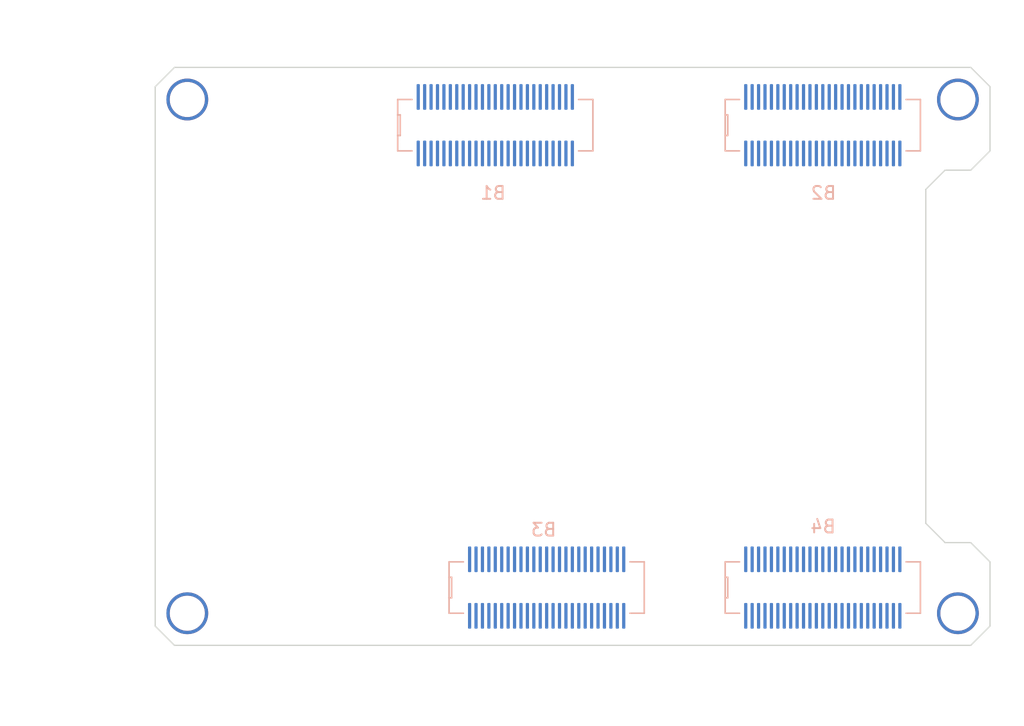
<source format=kicad_pcb>
(kicad_pcb (version 20211014) (generator pcbnew)
  (title_block (rev "1"))
  (layers (0 "F.Cu" signal) (31 "B.Cu" signal) (34 "B.Paste" user) (35 "F.Paste" user) (36 "B.SilkS" user "B.Silkscreen") (37 "F.SilkS" user "F.Silkscreen") (38 "B.Mask" user) (39 "F.Mask" user) (44 "Edge.Cuts" user))
  (net 0 "")
  (net 1 "Net-(B1-PadB24)")
  (net 2 "Net-(B1-PadB33)")
  (net 3 "Net-(B1-PadB12)")
  (net 4 "Net-(B1-PadB11)")
  (net 5 "Net-(B1-PadB25)")
  (net 6 "Net-(B1-PadB14)")
  (net 7 "Net-(B1-PadB15)")
  (net 8 "Net-(B1-PadB40)")
  (net 9 "GND")
  (net 10 "Net-(B1-PadB32)")
  (net 11 "Net-(B1-PadB31)")
  (net 12 "Net-(B1-PadB9)_3")
  (net 13 "Net-(B1-PadB23)")
  (net 14 "Net-(B1-PadB6)_3")
  (net 15 "Net-(B1-PadB5)")
  (net 16 "Net-(B1-PadB42)_3")
  (net 17 "Net-(B1-PadB43)_3")
  (net 18 "Net-(B1-PadB36)")
  (net 19 "Net-(B1-PadB18)")
  (net 20 "Net-(B1-PadB19)")
  (net 21 "Net-(B1-PadB50)_3")
  (net 22 "Net-(B1-PadB13)")
  (net 23 "Net-(B1-PadB48)_3")
  (net 24 "Net-(B1-PadB49)_3")
  (net 25 "Net-(B1-PadB16)")
  (net 26 "Net-(B1-PadB17)")
  (net 27 "Net-(B1-PadB28)")
  (net 28 "Net-(B1-PadB27)")
  (net 29 "Net-(B1-PadB26)")
  (net 30 "Net-(B1-PadB39)")
  (net 31 "Net-(B1-PadB30)")
  (net 32 "Net-(B1-PadB4)")
  (net 33 "Net-(B1-PadB3)")
  (net 34 "Net-(B1-PadB44)_3")
  (net 35 "Net-(B1-PadB45)_3")
  (net 36 "Net-(B1-PadB46)")
  (net 37 "Net-(B1-PadB20)")
  (net 38 "Net-(B1-PadB21)")
  (net 39 "Net-(B1-PadB34)")
  (net 40 "Net-(B1-PadB8)_3")
  (net 41 "Net-(B1-PadB7)_3")
  (net 42 "Net-(B1-PadB2)")
  (net 43 "Net-(B1-PadB1)")
  (net 44 "Net-(B1-PadB37)")
  (net 45 "Net-(B1-PadB38)")
  (net 46 "Net-(B1-PadB24)_1")
  (net 47 "Net-(B1-PadB33)_2")
  (net 48 "Net-(B1-PadB12)_1")
  (net 49 "Net-(B1-PadB11)_1")
  (net 50 "Net-(B1-PadB25)_1")
  (net 51 "Net-(B1-PadB14)_1")
  (net 52 "Net-(B1-PadB15)_1")
  (net 53 "Net-(B1-PadB41)")
  (net 54 "Net-(B1-PadB32)_2")
  (net 55 "Net-(B1-PadB31)_2")
  (net 56 "Net-(B1-PadB10)_1")
  (net 57 "Net-(B1-PadB9)")
  (net 58 "Net-(B1-PadB22)")
  (net 59 "Net-(B1-PadB6)")
  (net 60 "Net-(B1-PadB42)")
  (net 61 "Net-(B1-PadB43)")
  (net 62 "Net-(B1-PadB36)_2")
  (net 63 "Net-(B1-PadB18)_1")
  (net 64 "Net-(B1-PadB19)_1")
  (net 65 "Net-(B1-PadB50)")
  (net 66 "Net-(B1-PadB13)_1")
  (net 67 "Net-(B1-PadB48)")
  (net 68 "Net-(B1-PadB49)")
  (net 69 "Net-(B1-PadB16)_1")
  (net 70 "Net-(B1-PadB17)_1")
  (net 71 "Net-(B1-PadB35)")
  (net 72 "Net-(B1-PadB27)_2")
  (net 73 "Net-(B1-PadB26)_1")
  (net 74 "Net-(B1-PadB39)_2")
  (net 75 "Net-(B1-PadB30)_2")
  (net 76 "Net-(B1-PadB29)")
  (net 77 "Net-(B1-PadB4)_1")
  (net 78 "Net-(B1-PadB3)_2")
  (net 79 "Net-(B1-PadB44)")
  (net 80 "Net-(B1-PadB45)")
  (net 81 "Net-(B1-PadB47)")
  (net 82 "Net-(B1-PadB20)_1")
  (net 83 "Net-(B1-PadB21)_1")
  (net 84 "Net-(B1-PadB8)")
  (net 85 "Net-(B1-PadB7)")
  (net 86 "Net-(B1-PadB2)_1")
  (net 87 "Net-(B1-PadB1)_1")
  (net 88 "Net-(B1-PadB37)_2")
  (net 89 "Net-(B1-PadB38)_2")
  (net 90 "Net-(B1-PadB24)_2")
  (net 91 "Net-(B1-PadB33)_3")
  (net 92 "Net-(B1-PadB12)_2")
  (net 93 "Net-(B1-PadB11)_2")
  (net 94 "Net-(B1-PadB25)_2")
  (net 95 "Net-(B1-PadB14)_2")
  (net 96 "Net-(B1-PadB15)_2")
  (net 97 "Net-(B1-PadB40)_2")
  (net 98 "Net-(B1-PadB32)_3")
  (net 99 "Net-(B1-PadB31)_3")
  (net 100 "Net-(B1-PadB9)_2")
  (net 101 "Net-(B1-PadB23)_1")
  (net 102 "Net-(B1-PadB6)_2")
  (net 103 "Net-(B1-PadB5)_2")
  (net 104 "Net-(B1-PadB42)_2")
  (net 105 "Net-(B1-PadB43)_2")
  (net 106 "Net-(B1-PadB36)_3")
  (net 107 "Net-(B1-PadB18)_2")
  (net 108 "Net-(B1-PadB19)_2")
  (net 109 "Net-(B1-PadB50)_2")
  (net 110 "Net-(B1-PadB13)_2")
  (net 111 "Net-(B1-PadB48)_2")
  (net 112 "Net-(B1-PadB49)_2")
  (net 113 "Net-(B1-PadB17)_2")
  (net 114 "Net-(B1-PadB28)_2")
  (net 115 "Net-(B1-PadB27)_3")
  (net 116 "Net-(B1-PadB26)_2")
  (net 117 "Net-(B1-PadB39)_3")
  (net 118 "Net-(B1-PadB30)_3")
  (net 119 "Net-(B1-PadB3)_3")
  (net 120 "Net-(B1-PadB44)_2")
  (net 121 "Net-(B1-PadB45)_2")
  (net 122 "Net-(B1-PadB46)_2")
  (net 123 "Net-(B1-PadB20)_2")
  (net 124 "Net-(B1-PadB21)_2")
  (net 125 "Net-(B1-PadB34)_2")
  (net 126 "Net-(B1-PadB8)_2")
  (net 127 "Net-(B1-PadB7)_2")
  (net 128 "Net-(B1-PadB2)_2")
  (net 129 "Net-(B1-PadB1)_2")
  (net 130 "Net-(B1-PadB37)_3")
  (net 131 "Net-(B1-PadB38)_3")
  (net 132 "Net-(B1-PadB24)_3")
  (net 133 "Net-(B1-PadB33)_1")
  (net 134 "Net-(B1-PadB12)_3")
  (net 135 "Net-(B1-PadB11)_3")
  (net 136 "Net-(B1-PadB25)_3")
  (net 137 "Net-(B1-PadB14)_3")
  (net 138 "Net-(B1-PadB15)_3")
  (net 139 "Net-(B1-PadB40)_1")
  (net 140 "Net-(B1-PadB32)_1")
  (net 141 "Net-(B1-PadB31)_1")
  (net 142 "Net-(B1-PadB10)")
  (net 143 "Net-(B1-PadB9)_1")
  (net 144 "Net-(B1-PadB23)_2")
  (net 145 "Net-(B1-PadB6)_1")
  (net 146 "Net-(B1-PadB5)_1")
  (net 147 "Net-(B1-PadB42)_1")
  (net 148 "Net-(B1-PadB43)_1")
  (net 149 "Net-(B1-PadB36)_1")
  (net 150 "Net-(B1-PadB18)_3")
  (net 151 "Net-(B1-PadB19)_3")
  (net 152 "Net-(B1-PadB50)_1")
  (net 153 "Net-(B1-PadB13)_3")
  (net 154 "Net-(B1-PadB48)_1")
  (net 155 "Net-(B1-PadB49)_1")
  (net 156 "Net-(B1-PadB17)_3")
  (net 157 "Net-(B1-PadB28)_1")
  (net 158 "Net-(B1-PadB27)_1")
  (net 159 "Net-(B1-PadB26)_3")
  (net 160 "Net-(B1-PadB39)_1")
  (net 161 "Net-(B1-PadB30)_1")
  (net 162 "Net-(B1-PadB3)_1")
  (net 163 "Net-(B1-PadB44)_1")
  (net 164 "Net-(B1-PadB45)_1")
  (net 165 "Net-(B1-PadB46)_1")
  (net 166 "Net-(B1-PadB20)_3")
  (net 167 "Net-(B1-PadB21)_3")
  (net 168 "Net-(B1-PadB34)_1")
  (net 169 "Net-(B1-PadB8)_1")
  (net 170 "Net-(B1-PadB7)_1")
  (net 171 "Net-(B1-PadB2)_3")
  (net 172 "Net-(B1-PadB1)_3")
  (net 173 "Net-(B1-PadB37)_1")
  (net 174 "Net-(B1-PadB38)_1")
  (footprint "Alchitry_Au:2m2ThroughHole" (layer "F.Cu") (at 92.5 61)
    (fp_text reference "H2" hide)
    (fp_text value "MountingHole")
    (fp_circle (center 0 0) (end 1.5 0) (layer "F.Cu") (width 0.254) (fill none))
    (fp_circle (center 0 0) (end 1.5 0) (layer "B.Cu") (width 0.254) (fill none))
    (pad "" np_thru_hole circle locked (at 0 0) (size 2.2 2.2) (drill 2.2) (layers *.Cu *.Mask))
  )
  (footprint "Alchitry_Au:2m2ThroughHole" (layer "F.Cu") (at 32.5 61)
    (fp_text reference "H4" hide)
    (fp_text value "MountingHole")
    (fp_circle (center 0 0) (end 1.5 0) (layer "F.Cu") (width 0.254) (fill none))
    (fp_circle (center 0 0) (end 1.5 0) (layer "B.Cu") (width 0.254) (fill none))
    (pad "" np_thru_hole circle locked (at 0 0) (size 2.2 2.2) (drill 2.2) (layers *.Cu *.Mask))
  )
  (footprint "Alchitry_Au:2m2ThroughHole" (layer "F.Cu") (at 92.5 21)
    (fp_text reference "H3" hide)
    (fp_text value "MountingHole")
    (fp_circle (center 0 0) (end 1.5 0) (layer "F.Cu") (width 0.254) (fill none))
    (fp_circle (center 0 0) (end 1.5 0) (layer "B.Cu") (width 0.254) (fill none))
    (pad "" np_thru_hole circle locked (at 0 0) (size 2.2 2.2) (drill 2.2) (layers *.Cu *.Mask))
  )
  (footprint "Alchitry_Au:Alchitry_Conn" (layer "F.Cu") (at 56.5 23)
    (fp_text reference "B1" (at -0.1929 5.2768) (layer "B.SilkS") (effects (justify mirror)))
    (fp_text value "Alchitry_Shield")
    (fp_line (start 7.58 -2) (end 7.58 2) (layer "B.SilkS") (width 0.127))
    (fp_line (start -7.62 2) (end -6.5 2) (layer "B.SilkS") (width 0.12))
    (fp_line (start -7.42 0.8) (end -7.42 -0.8) (layer "B.SilkS") (width 0.127))
    (fp_line (start -7.42 0.8) (end -7.62 0.8) (layer "B.SilkS") (width 0.127))
    (fp_line (start -7.62 0.8) (end -7.62 -0.8) (layer "B.SilkS") (width 0.127))
    (fp_line (start 6.46 2) (end 7.58 2) (layer "B.SilkS") (width 0.12))
    (fp_line (start -7.62 -2) (end -6.5 -2) (layer "B.SilkS") (width 0.12))
    (fp_line (start -7.62 -0.8) (end -7.62 -2) (layer "B.SilkS") (width 0.127))
    (fp_line (start -7.62 2) (end -7.62 0.8) (layer "B.SilkS") (width 0.127))
    (fp_line (start -7.62 -0.8) (end -7.42 -0.8) (layer "B.SilkS") (width 0.127))
    (fp_line (start 6.46 -2) (end 7.58 -2) (layer "B.SilkS") (width 0.12))
    (pad "" np_thru_hole circle locked (at 6.95 1.25) (size 0.6 0.6) (drill 0.6) (layers *.Cu *.Mask))
    (pad "" np_thru_hole circle locked (at -6.95 1.25) (size 0.6 0.6) (drill 0.6) (layers *.Cu *.Mask))
    (pad "B1" smd roundrect locked (at -6.02 2.2 90) (size 2 0.25) (layers "B.Cu" "B.Paste" "B.Mask") (net 43 "Net-(B1-PadB1)"))
    (pad "B2" smd roundrect locked (at -5.52 2.2 90) (size 2 0.25) (layers "B.Cu" "B.Paste" "B.Mask") (net 42 "Net-(B1-PadB2)"))
    (pad "B3" smd roundrect locked (at -5.02 2.2 90) (size 2 0.25) (layers "B.Cu" "B.Paste" "B.Mask") (net 33 "Net-(B1-PadB3)"))
    (pad "B4" smd roundrect locked (at -4.52 2.2 90) (size 2 0.25) (layers "B.Cu" "B.Paste" "B.Mask") (net 32 "Net-(B1-PadB4)"))
    (pad "B5" smd roundrect locked (at -4.02 2.2 90) (size 2 0.25) (layers "B.Cu" "B.Paste" "B.Mask") (net 15 "Net-(B1-PadB5)"))
    (pad "B6" smd roundrect locked (at -3.52 2.2 90) (size 2 0.25) (layers "B.Cu" "B.Paste" "B.Mask") (net 14 "Net-(B1-PadB6)_3"))
    (pad "B7" smd roundrect locked (at -3.02 2.2 90) (size 2 0.25) (layers "B.Cu" "B.Paste" "B.Mask") (net 41 "Net-(B1-PadB7)_3"))
    (pad "B8" smd roundrect locked (at -2.52 2.2 90) (size 2 0.25) (layers "B.Cu" "B.Paste" "B.Mask") (net 40 "Net-(B1-PadB8)_3"))
    (pad "B9" smd roundrect locked (at -2.02 2.2 90) (size 2 0.25) (layers "B.Cu" "B.Paste" "B.Mask") (net 12 "Net-(B1-PadB9)_3"))
    (pad "B10" smd roundrect locked (at -1.52 2.2 90) (size 2 0.25) (layers "B.Cu" "B.Paste" "B.Mask") (net 9 "GND"))
    (pad "B11" smd roundrect locked (at -1.02 2.2 90) (size 2 0.25) (layers "B.Cu" "B.Paste" "B.Mask") (net 4 "Net-(B1-PadB11)"))
    (pad "B12" smd roundrect locked (at -0.52 2.2 90) (size 2 0.25) (layers "B.Cu" "B.Paste" "B.Mask") (net 3 "Net-(B1-PadB12)"))
    (pad "B13" smd roundrect locked (at -0.02 2.2 90) (size 2 0.25) (layers "B.Cu" "B.Paste" "B.Mask") (net 22 "Net-(B1-PadB13)"))
    (pad "B14" smd roundrect locked (at 0.48 2.2 90) (size 2 0.25) (layers "B.Cu" "B.Paste" "B.Mask") (net 6 "Net-(B1-PadB14)"))
    (pad "B15" smd roundrect locked (at 0.98 2.2 90) (size 2 0.25) (layers "B.Cu" "B.Paste" "B.Mask") (net 7 "Net-(B1-PadB15)"))
    (pad "B16" smd roundrect locked (at 1.48 2.2 90) (size 2 0.25) (layers "B.Cu" "B.Paste" "B.Mask") (net 25 "Net-(B1-PadB16)"))
    (pad "B17" smd roundrect locked (at 1.98 2.2 90) (size 2 0.25) (layers "B.Cu" "B.Paste" "B.Mask") (net 26 "Net-(B1-PadB17)"))
    (pad "B18" smd roundrect locked (at 2.48 2.2 90) (size 2 0.25) (layers "B.Cu" "B.Paste" "B.Mask") (net 19 "Net-(B1-PadB18)"))
    (pad "B19" smd roundrect locked (at 2.98 2.2 90) (size 2 0.25) (layers "B.Cu" "B.Paste" "B.Mask") (net 20 "Net-(B1-PadB19)"))
    (pad "B20" smd roundrect locked (at 3.48 2.2 90) (size 2 0.25) (layers "B.Cu" "B.Paste" "B.Mask") (net 37 "Net-(B1-PadB20)"))
    (pad "B21" smd roundrect locked (at 3.98 2.2 90) (size 2 0.25) (layers "B.Cu" "B.Paste" "B.Mask") (net 38 "Net-(B1-PadB21)"))
    (pad "B22" smd roundrect locked (at 4.48 2.2 90) (size 2 0.25) (layers "B.Cu" "B.Paste" "B.Mask") (net 9 "GND"))
    (pad "B23" smd roundrect locked (at 4.98 2.2 90) (size 2 0.25) (layers "B.Cu" "B.Paste" "B.Mask") (net 13 "Net-(B1-PadB23)"))
    (pad "B24" smd roundrect locked (at 5.48 2.2 90) (size 2 0.25) (layers "B.Cu" "B.Paste" "B.Mask") (net 1 "Net-(B1-PadB24)"))
    (pad "B25" smd roundrect locked (at 5.98 2.2 90) (size 2 0.25) (layers "B.Cu" "B.Paste" "B.Mask") (net 5 "Net-(B1-PadB25)"))
    (pad "B26" smd roundrect locked (at 5.98 -2.2 90) (size 2 0.25) (layers "B.Cu" "B.Paste" "B.Mask") (net 29 "Net-(B1-PadB26)"))
    (pad "B27" smd roundrect locked (at 5.48 -2.2 90) (size 2 0.25) (layers "B.Cu" "B.Paste" "B.Mask") (net 28 "Net-(B1-PadB27)"))
    (pad "B28" smd roundrect locked (at 4.98 -2.2 90) (size 2 0.25) (layers "B.Cu" "B.Paste" "B.Mask") (net 27 "Net-(B1-PadB28)"))
    (pad "B29" smd roundrect locked (at 4.48 -2.2 90) (size 2 0.25) (layers "B.Cu" "B.Paste" "B.Mask") (net 9 "GND"))
    (pad "B30" smd roundrect locked (at 3.98 -2.2 90) (size 2 0.25) (layers "B.Cu" "B.Paste" "B.Mask") (net 31 "Net-(B1-PadB30)"))
    (pad "B31" smd roundrect locked (at 3.48 -2.2 90) (size 2 0.25) (layers "B.Cu" "B.Paste" "B.Mask") (net 11 "Net-(B1-PadB31)"))
    (pad "B32" smd roundrect locked (at 2.98 -2.2 90) (size 2 0.25) (layers "B.Cu" "B.Paste" "B.Mask") (net 10 "Net-(B1-PadB32)"))
    (pad "B33" smd roundrect locked (at 2.48 -2.2 90) (size 2 0.25) (layers "B.Cu" "B.Paste" "B.Mask") (net 2 "Net-(B1-PadB33)"))
    (pad "B34" smd roundrect locked (at 1.98 -2.2 90) (size 2 0.25) (layers "B.Cu" "B.Paste" "B.Mask") (net 39 "Net-(B1-PadB34)"))
    (pad "B35" smd roundrect locked (at 1.48 -2.2 90) (size 2 0.25) (layers "B.Cu" "B.Paste" "B.Mask") (net 9 "GND"))
    (pad "B36" smd roundrect locked (at 0.98 -2.2 90) (size 2 0.25) (layers "B.Cu" "B.Paste" "B.Mask") (net 18 "Net-(B1-PadB36)"))
    (pad "B37" smd roundrect locked (at 0.48 -2.2 90) (size 2 0.25) (layers "B.Cu" "B.Paste" "B.Mask") (net 44 "Net-(B1-PadB37)"))
    (pad "B38" smd roundrect locked (at -0.02 -2.2 90) (size 2 0.25) (layers "B.Cu" "B.Paste" "B.Mask") (net 45 "Net-(B1-PadB38)"))
    (pad "B39" smd roundrect locked (at -0.52 -2.2 90) (size 2 0.25) (layers "B.Cu" "B.Paste" "B.Mask") (net 30 "Net-(B1-PadB39)"))
    (pad "B40" smd roundrect locked (at -1.02 -2.2 90) (size 2 0.25) (layers "B.Cu" "B.Paste" "B.Mask") (net 8 "Net-(B1-PadB40)"))
    (pad "B41" smd roundrect locked (at -1.52 -2.2 90) (size 2 0.25) (layers "B.Cu" "B.Paste" "B.Mask") (net 9 "GND"))
    (pad "B42" smd roundrect locked (at -2.02 -2.2 90) (size 2 0.25) (layers "B.Cu" "B.Paste" "B.Mask") (net 16 "Net-(B1-PadB42)_3"))
    (pad "B43" smd roundrect locked (at -2.52 -2.2 90) (size 2 0.25) (layers "B.Cu" "B.Paste" "B.Mask") (net 17 "Net-(B1-PadB43)_3"))
    (pad "B44" smd roundrect locked (at -3.02 -2.2 90) (size 2 0.25) (layers "B.Cu" "B.Paste" "B.Mask") (net 34 "Net-(B1-PadB44)_3"))
    (pad "B45" smd roundrect locked (at -3.52 -2.2 90) (size 2 0.25) (layers "B.Cu" "B.Paste" "B.Mask") (net 35 "Net-(B1-PadB45)_3"))
    (pad "B46" smd roundrect locked (at -4.02 -2.2 90) (size 2 0.25) (layers "B.Cu" "B.Paste" "B.Mask") (net 36 "Net-(B1-PadB46)"))
    (pad "B47" smd roundrect locked (at -4.52 -2.2 90) (size 2 0.25) (layers "B.Cu" "B.Paste" "B.Mask") (net 9 "GND"))
    (pad "B48" smd roundrect locked (at -5.02 -2.2 90) (size 2 0.25) (layers "B.Cu" "B.Paste" "B.Mask") (net 23 "Net-(B1-PadB48)_3"))
    (pad "B49" smd roundrect locked (at -5.52 -2.2 90) (size 2 0.25) (layers "B.Cu" "B.Paste" "B.Mask") (net 24 "Net-(B1-PadB49)_3"))
    (pad "B50" smd roundrect locked (at -6.02 -2.2 90) (size 2 0.25) (layers "B.Cu" "B.Paste" "B.Mask") (net 21 "Net-(B1-PadB50)_3"))
  )
  (footprint "Alchitry_Au:2m2ThroughHole" (layer "F.Cu") (at 32.5 21)
    (fp_text reference "H1" hide)
    (fp_text value "MountingHole")
    (fp_circle (center 0 0) (end 1.5 0) (layer "F.Cu") (width 0.254) (fill none))
    (fp_circle (center 0 0) (end 1.5 0) (layer "B.Cu") (width 0.254) (fill none))
    (pad "" np_thru_hole circle locked (at 0 0) (size 2.2 2.2) (drill 2.2) (layers *.Cu *.Mask))
  )
  (footprint "Alchitry_Au:Alchitry_Conn" (layer "F.Cu") (at 82 23)
    (fp_text reference "B2" (at 0.0373 5.2768) (layer "B.SilkS") (effects (justify mirror)))
    (fp_text value "Alchitry_Shield")
    (fp_line (start -7.62 -0.8) (end -7.62 -2) (layer "B.SilkS") (width 0.127))
    (fp_line (start -7.62 2) (end -6.5 2) (layer "B.SilkS") (width 0.12))
    (fp_line (start -7.62 -0.8) (end -7.42 -0.8) (layer "B.SilkS") (width 0.127))
    (fp_line (start 6.46 -2) (end 7.58 -2) (layer "B.SilkS") (width 0.12))
    (fp_line (start -7.62 -2) (end -6.5 -2) (layer "B.SilkS") (width 0.12))
    (fp_line (start -7.62 0.8) (end -7.62 -0.8) (layer "B.SilkS") (width 0.127))
    (fp_line (start 6.46 2) (end 7.58 2) (layer "B.SilkS") (width 0.12))
    (fp_line (start -7.62 2) (end -7.62 0.8) (layer "B.SilkS") (width 0.127))
    (fp_line (start -7.42 0.8) (end -7.62 0.8) (layer "B.SilkS") (width 0.127))
    (fp_line (start 7.58 -2) (end 7.58 2) (layer "B.SilkS") (width 0.127))
    (fp_line (start -7.42 0.8) (end -7.42 -0.8) (layer "B.SilkS") (width 0.127))
    (pad "" np_thru_hole circle locked (at 6.95 1.25) (size 0.6 0.6) (drill 0.6) (layers *.Cu *.Mask))
    (pad "" np_thru_hole circle locked (at -6.95 1.25) (size 0.6 0.6) (drill 0.6) (layers *.Cu *.Mask))
    (pad "B1" smd roundrect locked (at -6.02 2.2 90) (size 2 0.25) (layers "B.Cu" "B.Paste" "B.Mask") (net 87 "Net-(B1-PadB1)_1"))
    (pad "B2" smd roundrect locked (at -5.52 2.2 90) (size 2 0.25) (layers "B.Cu" "B.Paste" "B.Mask") (net 86 "Net-(B1-PadB2)_1"))
    (pad "B3" smd roundrect locked (at -5.02 2.2 90) (size 2 0.25) (layers "B.Cu" "B.Paste" "B.Mask") (net 78 "Net-(B1-PadB3)_2"))
    (pad "B4" smd roundrect locked (at -4.52 2.2 90) (size 2 0.25) (layers "B.Cu" "B.Paste" "B.Mask") (net 77 "Net-(B1-PadB4)_1"))
    (pad "B5" smd roundrect locked (at -4.02 2.2 90) (size 2 0.25) (layers "B.Cu" "B.Paste" "B.Mask") (net 9 "GND"))
    (pad "B6" smd roundrect locked (at -3.52 2.2 90) (size 2 0.25) (layers "B.Cu" "B.Paste" "B.Mask") (net 59 "Net-(B1-PadB6)"))
    (pad "B7" smd roundrect locked (at -3.02 2.2 90) (size 2 0.25) (layers "B.Cu" "B.Paste" "B.Mask") (net 85 "Net-(B1-PadB7)"))
    (pad "B8" smd roundrect locked (at -2.52 2.2 90) (size 2 0.25) (layers "B.Cu" "B.Paste" "B.Mask") (net 84 "Net-(B1-PadB8)"))
    (pad "B9" smd roundrect locked (at -2.02 2.2 90) (size 2 0.25) (layers "B.Cu" "B.Paste" "B.Mask") (net 57 "Net-(B1-PadB9)"))
    (pad "B10" smd roundrect locked (at -1.52 2.2 90) (size 2 0.25) (layers "B.Cu" "B.Paste" "B.Mask") (net 56 "Net-(B1-PadB10)_1"))
    (pad "B11" smd roundrect locked (at -1.02 2.2 90) (size 2 0.25) (layers "B.Cu" "B.Paste" "B.Mask") (net 49 "Net-(B1-PadB11)_1"))
    (pad "B12" smd roundrect locked (at -0.52 2.2 90) (size 2 0.25) (layers "B.Cu" "B.Paste" "B.Mask") (net 48 "Net-(B1-PadB12)_1"))
    (pad "B13" smd roundrect locked (at -0.02 2.2 90) (size 2 0.25) (layers "B.Cu" "B.Paste" "B.Mask") (net 66 "Net-(B1-PadB13)_1"))
    (pad "B14" smd roundrect locked (at 0.48 2.2 90) (size 2 0.25) (layers "B.Cu" "B.Paste" "B.Mask") (net 51 "Net-(B1-PadB14)_1"))
    (pad "B15" smd roundrect locked (at 0.98 2.2 90) (size 2 0.25) (layers "B.Cu" "B.Paste" "B.Mask") (net 52 "Net-(B1-PadB15)_1"))
    (pad "B16" smd roundrect locked (at 1.48 2.2 90) (size 2 0.25) (layers "B.Cu" "B.Paste" "B.Mask") (net 69 "Net-(B1-PadB16)_1"))
    (pad "B17" smd roundrect locked (at 1.98 2.2 90) (size 2 0.25) (layers "B.Cu" "B.Paste" "B.Mask") (net 70 "Net-(B1-PadB17)_1"))
    (pad "B18" smd roundrect locked (at 2.48 2.2 90) (size 2 0.25) (layers "B.Cu" "B.Paste" "B.Mask") (net 63 "Net-(B1-PadB18)_1"))
    (pad "B19" smd roundrect locked (at 2.98 2.2 90) (size 2 0.25) (layers "B.Cu" "B.Paste" "B.Mask") (net 64 "Net-(B1-PadB19)_1"))
    (pad "B20" smd roundrect locked (at 3.48 2.2 90) (size 2 0.25) (layers "B.Cu" "B.Paste" "B.Mask") (net 82 "Net-(B1-PadB20)_1"))
    (pad "B21" smd roundrect locked (at 3.98 2.2 90) (size 2 0.25) (layers "B.Cu" "B.Paste" "B.Mask") (net 83 "Net-(B1-PadB21)_1"))
    (pad "B22" smd roundrect locked (at 4.48 2.2 90) (size 2 0.25) (layers "B.Cu" "B.Paste" "B.Mask") (net 58 "Net-(B1-PadB22)"))
    (pad "B23" smd roundrect locked (at 4.98 2.2 90) (size 2 0.25) (layers "B.Cu" "B.Paste" "B.Mask") (net 9 "GND"))
    (pad "B24" smd roundrect locked (at 5.48 2.2 90) (size 2 0.25) (layers "B.Cu" "B.Paste" "B.Mask") (net 46 "Net-(B1-PadB24)_1"))
    (pad "B25" smd roundrect locked (at 5.98 2.2 90) (size 2 0.25) (layers "B.Cu" "B.Paste" "B.Mask") (net 50 "Net-(B1-PadB25)_1"))
    (pad "B26" smd roundrect locked (at 5.98 -2.2 90) (size 2 0.25) (layers "B.Cu" "B.Paste" "B.Mask") (net 73 "Net-(B1-PadB26)_1"))
    (pad "B27" smd roundrect locked (at 5.48 -2.2 90) (size 2 0.25) (layers "B.Cu" "B.Paste" "B.Mask") (net 72 "Net-(B1-PadB27)_2"))
    (pad "B28" smd roundrect locked (at 4.98 -2.2 90) (size 2 0.25) (layers "B.Cu" "B.Paste" "B.Mask") (net 9 "GND"))
    (pad "B29" smd roundrect locked (at 4.48 -2.2 90) (size 2 0.25) (layers "B.Cu" "B.Paste" "B.Mask") (net 76 "Net-(B1-PadB29)"))
    (pad "B30" smd roundrect locked (at 3.98 -2.2 90) (size 2 0.25) (layers "B.Cu" "B.Paste" "B.Mask") (net 75 "Net-(B1-PadB30)_2"))
    (pad "B31" smd roundrect locked (at 3.48 -2.2 90) (size 2 0.25) (layers "B.Cu" "B.Paste" "B.Mask") (net 55 "Net-(B1-PadB31)_2"))
    (pad "B32" smd roundrect locked (at 2.98 -2.2 90) (size 2 0.25) (layers "B.Cu" "B.Paste" "B.Mask") (net 54 "Net-(B1-PadB32)_2"))
    (pad "B33" smd roundrect locked (at 2.48 -2.2 90) (size 2 0.25) (layers "B.Cu" "B.Paste" "B.Mask") (net 47 "Net-(B1-PadB33)_2"))
    (pad "B34" smd roundrect locked (at 1.98 -2.2 90) (size 2 0.25) (layers "B.Cu" "B.Paste" "B.Mask") (net 9 "GND"))
    (pad "B35" smd roundrect locked (at 1.48 -2.2 90) (size 2 0.25) (layers "B.Cu" "B.Paste" "B.Mask") (net 71 "Net-(B1-PadB35)"))
    (pad "B36" smd roundrect locked (at 0.98 -2.2 90) (size 2 0.25) (layers "B.Cu" "B.Paste" "B.Mask") (net 62 "Net-(B1-PadB36)_2"))
    (pad "B37" smd roundrect locked (at 0.48 -2.2 90) (size 2 0.25) (layers "B.Cu" "B.Paste" "B.Mask") (net 88 "Net-(B1-PadB37)_2"))
    (pad "B38" smd roundrect locked (at -0.02 -2.2 90) (size 2 0.25) (layers "B.Cu" "B.Paste" "B.Mask") (net 89 "Net-(B1-PadB38)_2"))
    (pad "B39" smd roundrect locked (at -0.52 -2.2 90) (size 2 0.25) (layers "B.Cu" "B.Paste" "B.Mask") (net 74 "Net-(B1-PadB39)_2"))
    (pad "B40" smd roundrect locked (at -1.02 -2.2 90) (size 2 0.25) (layers "B.Cu" "B.Paste" "B.Mask") (net 9 "GND"))
    (pad "B41" smd roundrect locked (at -1.52 -2.2 90) (size 2 0.25) (layers "B.Cu" "B.Paste" "B.Mask") (net 53 "Net-(B1-PadB41)"))
    (pad "B42" smd roundrect locked (at -2.02 -2.2 90) (size 2 0.25) (layers "B.Cu" "B.Paste" "B.Mask") (net 60 "Net-(B1-PadB42)"))
    (pad "B43" smd roundrect locked (at -2.52 -2.2 90) (size 2 0.25) (layers "B.Cu" "B.Paste" "B.Mask") (net 61 "Net-(B1-PadB43)"))
    (pad "B44" smd roundrect locked (at -3.02 -2.2 90) (size 2 0.25) (layers "B.Cu" "B.Paste" "B.Mask") (net 79 "Net-(B1-PadB44)"))
    (pad "B45" smd roundrect locked (at -3.52 -2.2 90) (size 2 0.25) (layers "B.Cu" "B.Paste" "B.Mask") (net 80 "Net-(B1-PadB45)"))
    (pad "B46" smd roundrect locked (at -4.02 -2.2 90) (size 2 0.25) (layers "B.Cu" "B.Paste" "B.Mask") (net 9 "GND"))
    (pad "B47" smd roundrect locked (at -4.52 -2.2 90) (size 2 0.25) (layers "B.Cu" "B.Paste" "B.Mask") (net 81 "Net-(B1-PadB47)"))
    (pad "B48" smd roundrect locked (at -5.02 -2.2 90) (size 2 0.25) (layers "B.Cu" "B.Paste" "B.Mask") (net 67 "Net-(B1-PadB48)"))
    (pad "B49" smd roundrect locked (at -5.52 -2.2 90) (size 2 0.25) (layers "B.Cu" "B.Paste" "B.Mask") (net 68 "Net-(B1-PadB49)"))
    (pad "B50" smd roundrect locked (at -6.02 -2.2 90) (size 2 0.25) (layers "B.Cu" "B.Paste" "B.Mask") (net 65 "Net-(B1-PadB50)"))
  )
  (footprint "Alchitry_Au:Alchitry_Conn" (layer "F.Cu") (at 60.5 59)
    (fp_text reference "B3" (at -0.25 -4.5) (layer "B.SilkS") (effects (justify mirror)))
    (fp_text value "Alchitry_Shield")
    (fp_line (start -7.62 2) (end -7.62 0.8) (layer "B.SilkS") (width 0.127))
    (fp_line (start -7.62 -0.8) (end -7.42 -0.8) (layer "B.SilkS") (width 0.127))
    (fp_line (start 7.58 -2) (end 7.58 2) (layer "B.SilkS") (width 0.127))
    (fp_line (start -7.42 0.8) (end -7.42 -0.8) (layer "B.SilkS") (width 0.127))
    (fp_line (start -7.62 0.8) (end -7.62 -0.8) (layer "B.SilkS") (width 0.127))
    (fp_line (start -7.62 -0.8) (end -7.62 -2) (layer "B.SilkS") (width 0.127))
    (fp_line (start 6.46 2) (end 7.58 2) (layer "B.SilkS") (width 0.12))
    (fp_line (start -7.42 0.8) (end -7.62 0.8) (layer "B.SilkS") (width 0.127))
    (fp_line (start -7.62 -2) (end -6.5 -2) (layer "B.SilkS") (width 0.12))
    (fp_line (start 6.46 -2) (end 7.58 -2) (layer "B.SilkS") (width 0.12))
    (fp_line (start -7.62 2) (end -6.5 2) (layer "B.SilkS") (width 0.12))
    (pad "" np_thru_hole circle locked (at -6.95 1.25) (size 0.6 0.6) (drill 0.6) (layers *.Cu *.Mask))
    (pad "" np_thru_hole circle locked (at 6.95 1.25) (size 0.6 0.6) (drill 0.6) (layers *.Cu *.Mask))
    (pad "B1" smd roundrect locked (at -6.02 2.2 90) (size 2 0.25) (layers "B.Cu" "B.Paste" "B.Mask") (net 129 "Net-(B1-PadB1)_2"))
    (pad "B2" smd roundrect locked (at -5.52 2.2 90) (size 2 0.25) (layers "B.Cu" "B.Paste" "B.Mask") (net 128 "Net-(B1-PadB2)_2"))
    (pad "B3" smd roundrect locked (at -5.02 2.2 90) (size 2 0.25) (layers "B.Cu" "B.Paste" "B.Mask") (net 119 "Net-(B1-PadB3)_3"))
    (pad "B4" smd roundrect locked (at -4.52 2.2 90) (size 2 0.25) (layers "B.Cu" "B.Paste" "B.Mask") (net 9 "GND"))
    (pad "B5" smd roundrect locked (at -4.02 2.2 90) (size 2 0.25) (layers "B.Cu" "B.Paste" "B.Mask") (net 103 "Net-(B1-PadB5)_2"))
    (pad "B6" smd roundrect locked (at -3.52 2.2 90) (size 2 0.25) (layers "B.Cu" "B.Paste" "B.Mask") (net 102 "Net-(B1-PadB6)_2"))
    (pad "B7" smd roundrect locked (at -3.02 2.2 90) (size 2 0.25) (layers "B.Cu" "B.Paste" "B.Mask") (net 127 "Net-(B1-PadB7)_2"))
    (pad "B8" smd roundrect locked (at -2.52 2.2 90) (size 2 0.25) (layers "B.Cu" "B.Paste" "B.Mask") (net 126 "Net-(B1-PadB8)_2"))
    (pad "B9" smd roundrect locked (at -2.02 2.2 90) (size 2 0.25) (layers "B.Cu" "B.Paste" "B.Mask") (net 100 "Net-(B1-PadB9)_2"))
    (pad "B10" smd roundrect locked (at -1.52 2.2 90) (size 2 0.25) (layers "B.Cu" "B.Paste" "B.Mask") (net 9 "GND"))
    (pad "B11" smd roundrect locked (at -1.02 2.2 90) (size 2 0.25) (layers "B.Cu" "B.Paste" "B.Mask") (net 93 "Net-(B1-PadB11)_2"))
    (pad "B12" smd roundrect locked (at -0.52 2.2 90) (size 2 0.25) (layers "B.Cu" "B.Paste" "B.Mask") (net 92 "Net-(B1-PadB12)_2"))
    (pad "B13" smd roundrect locked (at -0.02 2.2 90) (size 2 0.25) (layers "B.Cu" "B.Paste" "B.Mask") (net 110 "Net-(B1-PadB13)_2"))
    (pad "B14" smd roundrect locked (at 0.48 2.2 90) (size 2 0.25) (layers "B.Cu" "B.Paste" "B.Mask") (net 95 "Net-(B1-PadB14)_2"))
    (pad "B15" smd roundrect locked (at 0.98 2.2 90) (size 2 0.25) (layers "B.Cu" "B.Paste" "B.Mask") (net 96 "Net-(B1-PadB15)_2"))
    (pad "B16" smd roundrect locked (at 1.48 2.2 90) (size 2 0.25) (layers "B.Cu" "B.Paste" "B.Mask") (net 9 "GND"))
    (pad "B17" smd roundrect locked (at 1.98 2.2 90) (size 2 0.25) (layers "B.Cu" "B.Paste" "B.Mask") (net 113 "Net-(B1-PadB17)_2"))
    (pad "B18" smd roundrect locked (at 2.48 2.2 90) (size 2 0.25) (layers "B.Cu" "B.Paste" "B.Mask") (net 107 "Net-(B1-PadB18)_2"))
    (pad "B19" smd roundrect locked (at 2.98 2.2 90) (size 2 0.25) (layers "B.Cu" "B.Paste" "B.Mask") (net 108 "Net-(B1-PadB19)_2"))
    (pad "B20" smd roundrect locked (at 3.48 2.2 90) (size 2 0.25) (layers "B.Cu" "B.Paste" "B.Mask") (net 123 "Net-(B1-PadB20)_2"))
    (pad "B21" smd roundrect locked (at 3.98 2.2 90) (size 2 0.25) (layers "B.Cu" "B.Paste" "B.Mask") (net 124 "Net-(B1-PadB21)_2"))
    (pad "B22" smd roundrect locked (at 4.48 2.2 90) (size 2 0.25) (layers "B.Cu" "B.Paste" "B.Mask") (net 9 "GND"))
    (pad "B23" smd roundrect locked (at 4.98 2.2 90) (size 2 0.25) (layers "B.Cu" "B.Paste" "B.Mask") (net 101 "Net-(B1-PadB23)_1"))
    (pad "B24" smd roundrect locked (at 5.48 2.2 90) (size 2 0.25) (layers "B.Cu" "B.Paste" "B.Mask") (net 90 "Net-(B1-PadB24)_2"))
    (pad "B25" smd roundrect locked (at 5.98 2.2 90) (size 2 0.25) (layers "B.Cu" "B.Paste" "B.Mask") (net 94 "Net-(B1-PadB25)_2"))
    (pad "B26" smd roundrect locked (at 5.98 -2.2 90) (size 2 0.25) (layers "B.Cu" "B.Paste" "B.Mask") (net 116 "Net-(B1-PadB26)_2"))
    (pad "B27" smd roundrect locked (at 5.48 -2.2 90) (size 2 0.25) (layers "B.Cu" "B.Paste" "B.Mask") (net 115 "Net-(B1-PadB27)_3"))
    (pad "B28" smd roundrect locked (at 4.98 -2.2 90) (size 2 0.25) (layers "B.Cu" "B.Paste" "B.Mask") (net 114 "Net-(B1-PadB28)_2"))
    (pad "B29" smd roundrect locked (at 4.48 -2.2 90) (size 2 0.25) (layers "B.Cu" "B.Paste" "B.Mask") (net 9 "GND"))
    (pad "B30" smd roundrect locked (at 3.98 -2.2 90) (size 2 0.25) (layers "B.Cu" "B.Paste" "B.Mask") (net 118 "Net-(B1-PadB30)_3"))
    (pad "B31" smd roundrect locked (at 3.48 -2.2 90) (size 2 0.25) (layers "B.Cu" "B.Paste" "B.Mask") (net 99 "Net-(B1-PadB31)_3"))
    (pad "B32" smd roundrect locked (at 2.98 -2.2 90) (size 2 0.25) (layers "B.Cu" "B.Paste" "B.Mask") (net 98 "Net-(B1-PadB32)_3"))
    (pad "B33" smd roundrect locked (at 2.48 -2.2 90) (size 2 0.25) (layers "B.Cu" "B.Paste" "B.Mask") (net 91 "Net-(B1-PadB33)_3"))
    (pad "B34" smd roundrect locked (at 1.98 -2.2 90) (size 2 0.25) (layers "B.Cu" "B.Paste" "B.Mask") (net 125 "Net-(B1-PadB34)_2"))
    (pad "B35" smd roundrect locked (at 1.48 -2.2 90) (size 2 0.25) (layers "B.Cu" "B.Paste" "B.Mask") (net 9 "GND"))
    (pad "B36" smd roundrect locked (at 0.98 -2.2 90) (size 2 0.25) (layers "B.Cu" "B.Paste" "B.Mask") (net 106 "Net-(B1-PadB36)_3"))
    (pad "B37" smd roundrect locked (at 0.48 -2.2 90) (size 2 0.25) (layers "B.Cu" "B.Paste" "B.Mask") (net 130 "Net-(B1-PadB37)_3"))
    (pad "B38" smd roundrect locked (at -0.02 -2.2 90) (size 2 0.25) (layers "B.Cu" "B.Paste" "B.Mask") (net 131 "Net-(B1-PadB38)_3"))
    (pad "B39" smd roundrect locked (at -0.52 -2.2 90) (size 2 0.25) (layers "B.Cu" "B.Paste" "B.Mask") (net 117 "Net-(B1-PadB39)_3"))
    (pad "B40" smd roundrect locked (at -1.02 -2.2 90) (size 2 0.25) (layers "B.Cu" "B.Paste" "B.Mask") (net 97 "Net-(B1-PadB40)_2"))
    (pad "B41" smd roundrect locked (at -1.52 -2.2 90) (size 2 0.25) (layers "B.Cu" "B.Paste" "B.Mask") (net 9 "GND"))
    (pad "B42" smd roundrect locked (at -2.02 -2.2 90) (size 2 0.25) (layers "B.Cu" "B.Paste" "B.Mask") (net 104 "Net-(B1-PadB42)_2"))
    (pad "B43" smd roundrect locked (at -2.52 -2.2 90) (size 2 0.25) (layers "B.Cu" "B.Paste" "B.Mask") (net 105 "Net-(B1-PadB43)_2"))
    (pad "B44" smd roundrect locked (at -3.02 -2.2 90) (size 2 0.25) (layers "B.Cu" "B.Paste" "B.Mask") (net 120 "Net-(B1-PadB44)_2"))
    (pad "B45" smd roundrect locked (at -3.52 -2.2 90) (size 2 0.25) (layers "B.Cu" "B.Paste" "B.Mask") (net 121 "Net-(B1-PadB45)_2"))
    (pad "B46" smd roundrect locked (at -4.02 -2.2 90) (size 2 0.25) (layers "B.Cu" "B.Paste" "B.Mask") (net 122 "Net-(B1-PadB46)_2"))
    (pad "B47" smd roundrect locked (at -4.52 -2.2 90) (size 2 0.25) (layers "B.Cu" "B.Paste" "B.Mask") (net 9 "GND"))
    (pad "B48" smd roundrect locked (at -5.02 -2.2 90) (size 2 0.25) (layers "B.Cu" "B.Paste" "B.Mask") (net 111 "Net-(B1-PadB48)_2"))
    (pad "B49" smd roundrect locked (at -5.52 -2.2 90) (size 2 0.25) (layers "B.Cu" "B.Paste" "B.Mask") (net 112 "Net-(B1-PadB49)_2"))
    (pad "B50" smd roundrect locked (at -6.02 -2.2 90) (size 2 0.25) (layers "B.Cu" "B.Paste" "B.Mask") (net 109 "Net-(B1-PadB50)_2"))
  )
  (footprint "Alchitry_Au:Alchitry_Conn" (layer "F.Cu") (at 82 59)
    (fp_text reference "B4" (at 0 -4.75) (layer "B.SilkS") (effects (justify mirror)))
    (fp_text value "Alchitry_Shield")
    (fp_line (start -7.42 0.8) (end -7.42 -0.8) (layer "B.SilkS") (width 0.127))
    (fp_line (start -7.42 0.8) (end -7.62 0.8) (layer "B.SilkS") (width 0.127))
    (fp_line (start -7.62 0.8) (end -7.62 -0.8) (layer "B.SilkS") (width 0.127))
    (fp_line (start 7.58 -2) (end 7.58 2) (layer "B.SilkS") (width 0.127))
    (fp_line (start -7.62 -0.8) (end -7.42 -0.8) (layer "B.SilkS") (width 0.127))
    (fp_line (start -7.62 -2) (end -6.5 -2) (layer "B.SilkS") (width 0.12))
    (fp_line (start -7.62 2) (end -6.5 2) (layer "B.SilkS") (width 0.12))
    (fp_line (start 6.46 2) (end 7.58 2) (layer "B.SilkS") (width 0.12))
    (fp_line (start -7.62 -0.8) (end -7.62 -2) (layer "B.SilkS") (width 0.127))
    (fp_line (start -7.62 2) (end -7.62 0.8) (layer "B.SilkS") (width 0.127))
    (fp_line (start 6.46 -2) (end 7.58 -2) (layer "B.SilkS") (width 0.12))
    (pad "" np_thru_hole circle locked (at -6.95 1.25) (size 0.6 0.6) (drill 0.6) (layers *.Cu *.Mask))
    (pad "" np_thru_hole circle locked (at 6.95 1.25) (size 0.6 0.6) (drill 0.6) (layers *.Cu *.Mask))
    (pad "B1" smd roundrect locked (at -6.02 2.2 90) (size 2 0.25) (layers "B.Cu" "B.Paste" "B.Mask") (net 172 "Net-(B1-PadB1)_3"))
    (pad "B2" smd roundrect locked (at -5.52 2.2 90) (size 2 0.25) (layers "B.Cu" "B.Paste" "B.Mask") (net 171 "Net-(B1-PadB2)_3"))
    (pad "B3" smd roundrect locked (at -5.02 2.2 90) (size 2 0.25) (layers "B.Cu" "B.Paste" "B.Mask") (net 162 "Net-(B1-PadB3)_1"))
    (pad "B4" smd roundrect locked (at -4.52 2.2 90) (size 2 0.25) (layers "B.Cu" "B.Paste" "B.Mask") (net 9 "GND"))
    (pad "B5" smd roundrect locked (at -4.02 2.2 90) (size 2 0.25) (layers "B.Cu" "B.Paste" "B.Mask") (net 146 "Net-(B1-PadB5)_1"))
    (pad "B6" smd roundrect locked (at -3.52 2.2 90) (size 2 0.25) (layers "B.Cu" "B.Paste" "B.Mask") (net 145 "Net-(B1-PadB6)_1"))
    (pad "B7" smd roundrect locked (at -3.02 2.2 90) (size 2 0.25) (layers "B.Cu" "B.Paste" "B.Mask") (net 170 "Net-(B1-PadB7)_1"))
    (pad "B8" smd roundrect locked (at -2.52 2.2 90) (size 2 0.25) (layers "B.Cu" "B.Paste" "B.Mask") (net 169 "Net-(B1-PadB8)_1"))
    (pad "B9" smd roundrect locked (at -2.02 2.2 90) (size 2 0.25) (layers "B.Cu" "B.Paste" "B.Mask") (net 143 "Net-(B1-PadB9)_1"))
    (pad "B10" smd roundrect locked (at -1.52 2.2 90) (size 2 0.25) (layers "B.Cu" "B.Paste" "B.Mask") (net 142 "Net-(B1-PadB10)"))
    (pad "B11" smd roundrect locked (at -1.02 2.2 90) (size 2 0.25) (layers "B.Cu" "B.Paste" "B.Mask") (net 135 "Net-(B1-PadB11)_3"))
    (pad "B12" smd roundrect locked (at -0.52 2.2 90) (size 2 0.25) (layers "B.Cu" "B.Paste" "B.Mask") (net 134 "Net-(B1-PadB12)_3"))
    (pad "B13" smd roundrect locked (at -0.02 2.2 90) (size 2 0.25) (layers "B.Cu" "B.Paste" "B.Mask") (net 153 "Net-(B1-PadB13)_3"))
    (pad "B14" smd roundrect locked (at 0.48 2.2 90) (size 2 0.25) (layers "B.Cu" "B.Paste" "B.Mask") (net 137 "Net-(B1-PadB14)_3"))
    (pad "B15" smd roundrect locked (at 0.98 2.2 90) (size 2 0.25) (layers "B.Cu" "B.Paste" "B.Mask") (net 138 "Net-(B1-PadB15)_3"))
    (pad "B16" smd roundrect locked (at 1.48 2.2 90) (size 2 0.25) (layers "B.Cu" "B.Paste" "B.Mask") (net 9 "GND"))
    (pad "B17" smd roundrect locked (at 1.98 2.2 90) (size 2 0.25) (layers "B.Cu" "B.Paste" "B.Mask") (net 156 "Net-(B1-PadB17)_3"))
    (pad "B18" smd roundrect locked (at 2.48 2.2 90) (size 2 0.25) (layers "B.Cu" "B.Paste" "B.Mask") (net 150 "Net-(B1-PadB18)_3"))
    (pad "B19" smd roundrect locked (at 2.98 2.2 90) (size 2 0.25) (layers "B.Cu" "B.Paste" "B.Mask") (net 151 "Net-(B1-PadB19)_3"))
    (pad "B20" smd roundrect locked (at 3.48 2.2 90) (size 2 0.25) (layers "B.Cu" "B.Paste" "B.Mask") (net 166 "Net-(B1-PadB20)_3"))
    (pad "B21" smd roundrect locked (at 3.98 2.2 90) (size 2 0.25) (layers "B.Cu" "B.Paste" "B.Mask") (net 167 "Net-(B1-PadB21)_3"))
    (pad "B22" smd roundrect locked (at 4.48 2.2 90) (size 2 0.25) (layers "B.Cu" "B.Paste" "B.Mask") (net 9 "GND"))
    (pad "B23" smd roundrect locked (at 4.98 2.2 90) (size 2 0.25) (layers "B.Cu" "B.Paste" "B.Mask") (net 144 "Net-(B1-PadB23)_2"))
    (pad "B24" smd roundrect locked (at 5.48 2.2 90) (size 2 0.25) (layers "B.Cu" "B.Paste" "B.Mask") (net 132 "Net-(B1-PadB24)_3"))
    (pad "B25" smd roundrect locked (at 5.98 2.2 90) (size 2 0.25) (layers "B.Cu" "B.Paste" "B.Mask") (net 136 "Net-(B1-PadB25)_3"))
    (pad "B26" smd roundrect locked (at 5.98 -2.2 90) (size 2 0.25) (layers "B.Cu" "B.Paste" "B.Mask") (net 159 "Net-(B1-PadB26)_3"))
    (pad "B27" smd roundrect locked (at 5.48 -2.2 90) (size 2 0.25) (layers "B.Cu" "B.Paste" "B.Mask") (net 158 "Net-(B1-PadB27)_1"))
    (pad "B28" smd roundrect locked (at 4.98 -2.2 90) (size 2 0.25) (layers "B.Cu" "B.Paste" "B.Mask") (net 157 "Net-(B1-PadB28)_1"))
    (pad "B29" smd roundrect locked (at 4.48 -2.2 90) (size 2 0.25) (layers "B.Cu" "B.Paste" "B.Mask") (net 9 "GND"))
    (pad "B30" smd roundrect locked (at 3.98 -2.2 90) (size 2 0.25) (layers "B.Cu" "B.Paste" "B.Mask") (net 161 "Net-(B1-PadB30)_1"))
    (pad "B31" smd roundrect locked (at 3.48 -2.2 90) (size 2 0.25) (layers "B.Cu" "B.Paste" "B.Mask") (net 141 "Net-(B1-PadB31)_1"))
    (pad "B32" smd roundrect locked (at 2.98 -2.2 90) (size 2 0.25) (layers "B.Cu" "B.Paste" "B.Mask") (net 140 "Net-(B1-PadB32)_1"))
    (pad "B33" smd roundrect locked (at 2.48 -2.2 90) (size 2 0.25) (layers "B.Cu" "B.Paste" "B.Mask") (net 133 "Net-(B1-PadB33)_1"))
    (pad "B34" smd roundrect locked (at 1.98 -2.2 90) (size 2 0.25) (layers "B.Cu" "B.Paste" "B.Mask") (net 168 "Net-(B1-PadB34)_1"))
    (pad "B35" smd roundrect locked (at 1.48 -2.2 90) (size 2 0.25) (layers "B.Cu" "B.Paste" "B.Mask") (net 9 "GND"))
    (pad "B36" smd roundrect locked (at 0.98 -2.2 90) (size 2 0.25) (layers "B.Cu" "B.Paste" "B.Mask") (net 149 "Net-(B1-PadB36)_1"))
    (pad "B37" smd roundrect locked (at 0.48 -2.2 90) (size 2 0.25) (layers "B.Cu" "B.Paste" "B.Mask") (net 173 "Net-(B1-PadB37)_1"))
    (pad "B38" smd roundrect locked (at -0.02 -2.2 90) (size 2 0.25) (layers "B.Cu" "B.Paste" "B.Mask") (net 174 "Net-(B1-PadB38)_1"))
    (pad "B39" smd roundrect locked (at -0.52 -2.2 90) (size 2 0.25) (layers "B.Cu" "B.Paste" "B.Mask") (net 160 "Net-(B1-PadB39)_1"))
    (pad "B40" smd roundrect locked (at -1.02 -2.2 90) (size 2 0.25) (layers "B.Cu" "B.Paste" "B.Mask") (net 139 "Net-(B1-PadB40)_1"))
    (pad "B41" smd roundrect locked (at -1.52 -2.2 90) (size 2 0.25) (layers "B.Cu" "B.Paste" "B.Mask") (net 9 "GND"))
    (pad "B42" smd roundrect locked (at -2.02 -2.2 90) (size 2 0.25) (layers "B.Cu" "B.Paste" "B.Mask") (net 147 "Net-(B1-PadB42)_1"))
    (pad "B43" smd roundrect locked (at -2.52 -2.2 90) (size 2 0.25) (layers "B.Cu" "B.Paste" "B.Mask") (net 148 "Net-(B1-PadB43)_1"))
    (pad "B44" smd roundrect locked (at -3.02 -2.2 90) (size 2 0.25) (layers "B.Cu" "B.Paste" "B.Mask") (net 163 "Net-(B1-PadB44)_1"))
    (pad "B45" smd roundrect locked (at -3.52 -2.2 90) (size 2 0.25) (layers "B.Cu" "B.Paste" "B.Mask") (net 164 "Net-(B1-PadB45)_1"))
    (pad "B46" smd roundrect locked (at -4.02 -2.2 90) (size 2 0.25) (layers "B.Cu" "B.Paste" "B.Mask") (net 165 "Net-(B1-PadB46)_1"))
    (pad "B47" smd roundrect locked (at -4.52 -2.2 90) (size 2 0.25) (layers "B.Cu" "B.Paste" "B.Mask") (net 9 "GND"))
    (pad "B48" smd roundrect locked (at -5.02 -2.2 90) (size 2 0.25) (layers "B.Cu" "B.Paste" "B.Mask") (net 154 "Net-(B1-PadB48)_1"))
    (pad "B49" smd roundrect locked (at -5.52 -2.2 90) (size 2 0.25) (layers "B.Cu" "B.Paste" "B.Mask") (net 155 "Net-(B1-PadB49)_1"))
    (pad "B50" smd roundrect locked (at -6.02 -2.2 90) (size 2 0.25) (layers "B.Cu" "B.Paste" "B.Mask") (net 152 "Net-(B1-PadB50)_1"))
  )
  (gr_line (start 31.5 63.5001) (end 30 62.0001) (layer "Edge.Cuts") (width 0.1))
  (gr_line (start 93.5 63.5001) (end 31.5 63.5001) (layer "Edge.Cuts") (width 0.1))
  (gr_line (start 30 62.0001) (end 30 20.0001) (layer "Edge.Cuts") (width 0.1))
  (gr_line (start 30 20.0001) (end 31.5 18.5001) (layer "Edge.Cuts") (width 0.1))
  (gr_line (start 31.5 18.5001) (end 93.5 18.5001) (layer "Edge.Cuts") (width 0.1))
  (gr_line (start 93.5 18.5001) (end 95 20.0001) (layer "Edge.Cuts") (width 0.1))
  (gr_line (start 95 20.0001) (end 95 25.0001) (layer "Edge.Cuts") (width 0.1))
  (gr_line (start 95 25.0001) (end 93.5 26.5001) (layer "Edge.Cuts") (width 0.1))
  (gr_line (start 93.5 26.5001) (end 91.5 26.5001) (layer "Edge.Cuts") (width 0.1))
  (gr_line (start 91.5 26.5001) (end 90 28.0001) (layer "Edge.Cuts") (width 0.1))
  (gr_line (start 90 28.0001) (end 90 54.0001) (layer "Edge.Cuts") (width 0.1))
  (gr_line (start 95 62.0001) (end 93.5 63.5001) (layer "Edge.Cuts") (width 0.1))
  (gr_line (start 95 57.0001) (end 95 62.0001) (layer "Edge.Cuts") (width 0.1))
  (gr_line (start 93.5 55.5001) (end 95 57.0001) (layer "Edge.Cuts") (width 0.1))
  (gr_line (start 90 54.0001) (end 91.5 55.5001) (layer "Edge.Cuts") (width 0.1))
  (gr_line (start 91.5 55.5001) (end 93.5 55.5001) (layer "Edge.Cuts") (width 0.1))
)
</source>
